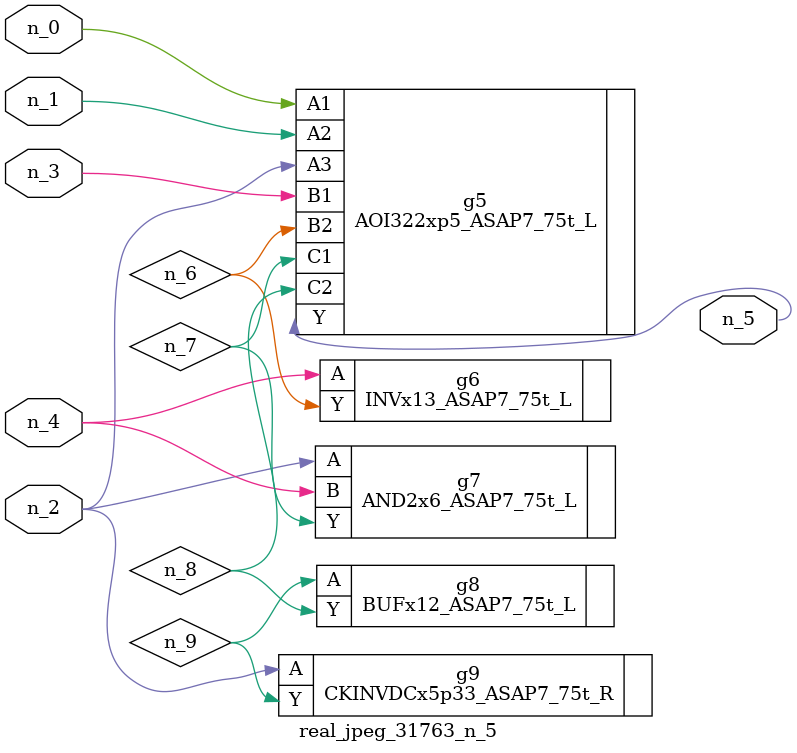
<source format=v>
module real_jpeg_31763_n_5 (n_4, n_0, n_1, n_2, n_3, n_5);

input n_4;
input n_0;
input n_1;
input n_2;
input n_3;

output n_5;

wire n_8;
wire n_6;
wire n_7;
wire n_9;

AOI322xp5_ASAP7_75t_L g5 ( 
.A1(n_0),
.A2(n_1),
.A3(n_2),
.B1(n_3),
.B2(n_6),
.C1(n_7),
.C2(n_8),
.Y(n_5)
);

AND2x6_ASAP7_75t_L g7 ( 
.A(n_2),
.B(n_4),
.Y(n_7)
);

CKINVDCx5p33_ASAP7_75t_R g9 ( 
.A(n_2),
.Y(n_9)
);

INVx13_ASAP7_75t_L g6 ( 
.A(n_4),
.Y(n_6)
);

BUFx12_ASAP7_75t_L g8 ( 
.A(n_9),
.Y(n_8)
);


endmodule
</source>
